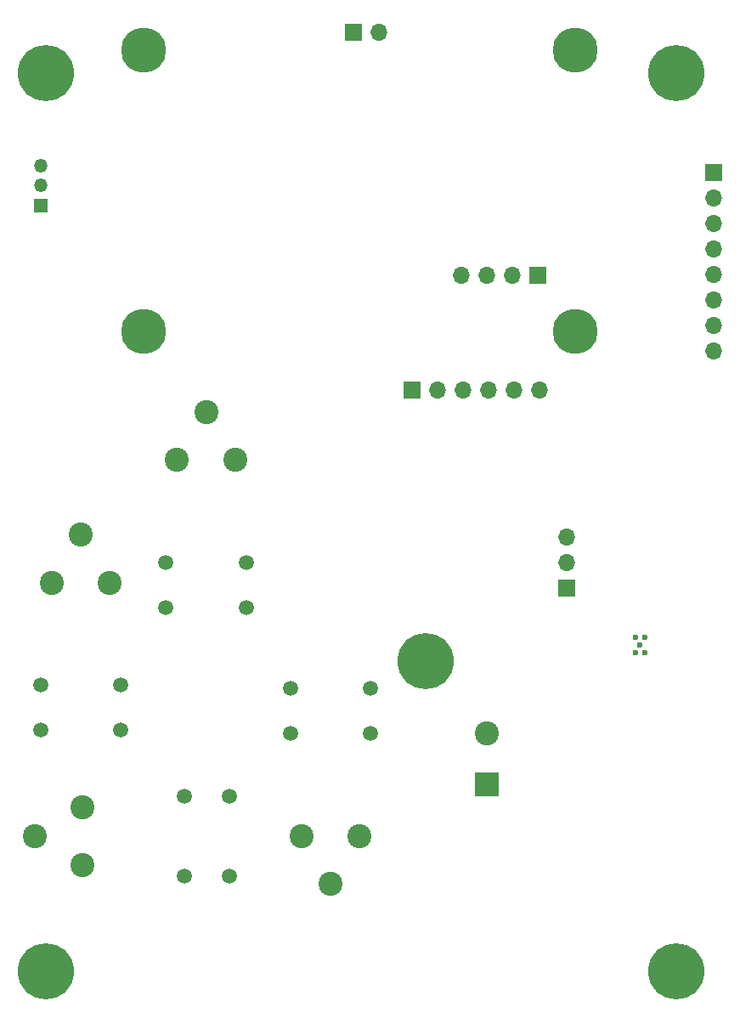
<source format=gbr>
%TF.GenerationSoftware,KiCad,Pcbnew,(5.1.10)-1*%
%TF.CreationDate,2021-11-18T09:17:22-06:00*%
%TF.ProjectId,batteryless_gaming_device,62617474-6572-4796-9c65-73735f67616d,rev?*%
%TF.SameCoordinates,Original*%
%TF.FileFunction,Soldermask,Bot*%
%TF.FilePolarity,Negative*%
%FSLAX46Y46*%
G04 Gerber Fmt 4.6, Leading zero omitted, Abs format (unit mm)*
G04 Created by KiCad (PCBNEW (5.1.10)-1) date 2021-11-18 09:17:22*
%MOMM*%
%LPD*%
G01*
G04 APERTURE LIST*
%ADD10C,2.400000*%
%ADD11C,1.500000*%
%ADD12C,5.600000*%
%ADD13O,1.350000X1.350000*%
%ADD14R,1.350000X1.350000*%
%ADD15O,1.700000X1.700000*%
%ADD16R,1.700000X1.700000*%
%ADD17C,4.500000*%
%ADD18C,0.600000*%
%ADD19R,2.400000X2.400000*%
G04 APERTURE END LIST*
D10*
%TO.C,SW603*%
X87300000Y-109500000D03*
D11*
X91300000Y-128950000D03*
X83300000Y-128950000D03*
X83300000Y-124450000D03*
X91300000Y-124450000D03*
D10*
X84400000Y-114250000D03*
X90200000Y-114250000D03*
%TD*%
%TO.C,SW602*%
X99800000Y-97300000D03*
D11*
X103800000Y-116750000D03*
X95800000Y-116750000D03*
X95800000Y-112250000D03*
X103800000Y-112250000D03*
D10*
X96900000Y-102050000D03*
X102700000Y-102050000D03*
%TD*%
%TO.C,SW601*%
X112200000Y-144250000D03*
D11*
X108200000Y-124800000D03*
X116200000Y-124800000D03*
X116200000Y-129300000D03*
X108200000Y-129300000D03*
D10*
X115100000Y-139500000D03*
X109300000Y-139500000D03*
%TD*%
%TO.C,SW600*%
X82700000Y-139500000D03*
D11*
X102150000Y-135500000D03*
X102150000Y-143500000D03*
X97650000Y-143500000D03*
X97650000Y-135500000D03*
D10*
X87450000Y-142400000D03*
X87450000Y-136600000D03*
%TD*%
D12*
%TO.C,H104*%
X121716800Y-122072400D03*
%TD*%
%TO.C,H102*%
X83820000Y-63500000D03*
%TD*%
D13*
%TO.C,M300*%
X83312000Y-72676000D03*
X83312000Y-74676000D03*
D14*
X83312000Y-76676000D03*
%TD*%
D15*
%TO.C,J400*%
X125222000Y-83616800D03*
X127762000Y-83616800D03*
X130302000Y-83616800D03*
D16*
X132842000Y-83616800D03*
%TD*%
D15*
%TO.C,U100*%
X150418800Y-91135200D03*
X150418800Y-88595200D03*
X150418800Y-86055200D03*
X150418800Y-83515200D03*
X150418800Y-80975200D03*
X150418800Y-78435200D03*
X150418800Y-75895200D03*
D16*
X150418800Y-73355200D03*
%TD*%
D17*
%TO.C,U101*%
X93600000Y-89200000D03*
X93600000Y-61200000D03*
X136600000Y-61200000D03*
X136600000Y-89200000D03*
%TD*%
D18*
%TO.C,U500*%
X142552800Y-121247600D03*
X142552800Y-119747600D03*
X143552800Y-119747600D03*
X143052800Y-120497600D03*
X143552800Y-121247600D03*
%TD*%
D15*
%TO.C,J402*%
X133045200Y-95046800D03*
X130505200Y-95046800D03*
X127965200Y-95046800D03*
X125425200Y-95046800D03*
X122885200Y-95046800D03*
D16*
X120345200Y-95046800D03*
%TD*%
D15*
%TO.C,J401*%
X116992400Y-59436000D03*
D16*
X114452400Y-59436000D03*
%TD*%
D15*
%TO.C,J100*%
X135737600Y-109677200D03*
X135737600Y-112217200D03*
D16*
X135737600Y-114757200D03*
%TD*%
D12*
%TO.C,H103*%
X83820000Y-153000000D03*
%TD*%
%TO.C,H101*%
X146685000Y-63500000D03*
%TD*%
%TO.C,H100*%
X146685000Y-153000000D03*
%TD*%
D10*
%TO.C,C206*%
X127812800Y-129315200D03*
D19*
X127812800Y-134315200D03*
%TD*%
M02*

</source>
